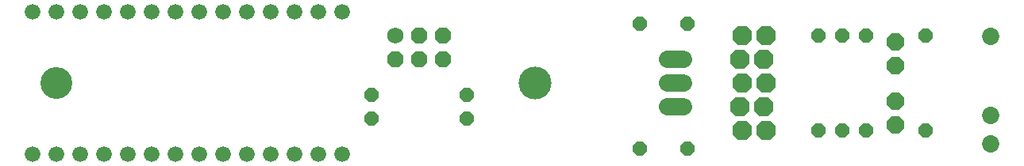
<source format=gts>
G04 EAGLE Gerber RS-274X export*
G75*
%MOMM*%
%FSLAX34Y34*%
%LPD*%
%INSoldermask Top*%
%IPPOS*%
%AMOC8*
5,1,8,0,0,1.08239X$1,22.5*%
G01*
%ADD10C,3.403200*%
%ADD11P,1.649562X8X202.500000*%
%ADD12P,1.649562X8X22.500000*%
%ADD13P,2.034460X8X292.500000*%
%ADD14C,1.879600*%
%ADD15C,3.505200*%
%ADD16P,1.649562X8X292.500000*%
%ADD17P,1.649562X8X112.500000*%
%ADD18C,1.676400*%
%ADD19C,1.853200*%
%ADD20P,2.254402X8X112.500000*%
%ADD21C,1.727200*%
%ADD22P,1.869504X8X22.500000*%
%ADD23P,2.034460X8X112.500000*%


D10*
X44450Y95250D03*
D11*
X717550Y158750D03*
X666750Y158750D03*
D12*
X666750Y25400D03*
X717550Y25400D03*
D13*
X939800Y139700D03*
X939800Y114300D03*
D14*
X713232Y120650D02*
X696468Y120650D01*
X696468Y95250D02*
X713232Y95250D01*
X713232Y69850D02*
X696468Y69850D01*
D15*
X554990Y95250D03*
D12*
X381000Y82550D03*
X482600Y82550D03*
X381000Y57150D03*
X482600Y57150D03*
D16*
X882650Y146050D03*
X882650Y44450D03*
D17*
X857250Y44450D03*
X857250Y146050D03*
D16*
X908050Y146050D03*
X908050Y44450D03*
D18*
X19050Y171450D03*
X44450Y171450D03*
X69850Y171450D03*
X95250Y171450D03*
X120650Y171450D03*
X146050Y171450D03*
X171450Y171450D03*
X196850Y171450D03*
X222250Y171450D03*
X247650Y171450D03*
X273050Y171450D03*
X298450Y171450D03*
X323850Y171450D03*
X349250Y171450D03*
X349250Y19050D03*
X323850Y19050D03*
X298450Y19050D03*
X273050Y19050D03*
X247650Y19050D03*
X222250Y19050D03*
X196850Y19050D03*
X171450Y19050D03*
X146050Y19050D03*
X120650Y19050D03*
X95250Y19050D03*
X69850Y19050D03*
X44450Y19050D03*
X19050Y19050D03*
D19*
X1041400Y145250D03*
X1041400Y60250D03*
X1041400Y30250D03*
D20*
X775970Y44450D03*
X773430Y69850D03*
X775970Y95250D03*
X773430Y120650D03*
X775970Y146050D03*
X801370Y44450D03*
X798830Y69850D03*
X801370Y95250D03*
X798830Y120650D03*
X801370Y146050D03*
D21*
X406400Y146050D03*
D22*
X431800Y146050D03*
X457200Y146050D03*
X406400Y120650D03*
X431800Y120650D03*
X457200Y120650D03*
D23*
X939800Y50800D03*
X939800Y76200D03*
D16*
X971550Y146050D03*
X971550Y44450D03*
M02*

</source>
